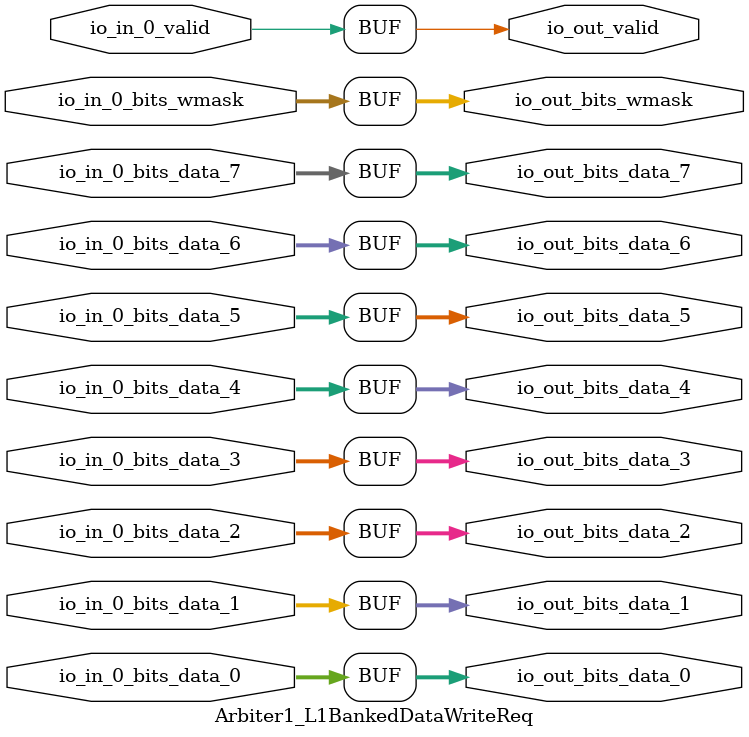
<source format=v>
module Arbiter1_L1BankedDataWriteReq(
  input         io_in_0_valid,
  input  [7:0]  io_in_0_bits_wmask,
  input  [63:0] io_in_0_bits_data_0,
  input  [63:0] io_in_0_bits_data_1,
  input  [63:0] io_in_0_bits_data_2,
  input  [63:0] io_in_0_bits_data_3,
  input  [63:0] io_in_0_bits_data_4,
  input  [63:0] io_in_0_bits_data_5,
  input  [63:0] io_in_0_bits_data_6,
  input  [63:0] io_in_0_bits_data_7,
  output        io_out_valid,
  output [7:0]  io_out_bits_wmask,
  output [63:0] io_out_bits_data_0,
  output [63:0] io_out_bits_data_1,
  output [63:0] io_out_bits_data_2,
  output [63:0] io_out_bits_data_3,
  output [63:0] io_out_bits_data_4,
  output [63:0] io_out_bits_data_5,
  output [63:0] io_out_bits_data_6,
  output [63:0] io_out_bits_data_7
);

  assign io_out_valid = io_in_0_valid;
  assign io_out_bits_wmask = io_in_0_bits_wmask;
  assign io_out_bits_data_0 = io_in_0_bits_data_0;
  assign io_out_bits_data_1 = io_in_0_bits_data_1;
  assign io_out_bits_data_2 = io_in_0_bits_data_2;
  assign io_out_bits_data_3 = io_in_0_bits_data_3;
  assign io_out_bits_data_4 = io_in_0_bits_data_4;
  assign io_out_bits_data_5 = io_in_0_bits_data_5;
  assign io_out_bits_data_6 = io_in_0_bits_data_6;
  assign io_out_bits_data_7 = io_in_0_bits_data_7;
endmodule


</source>
